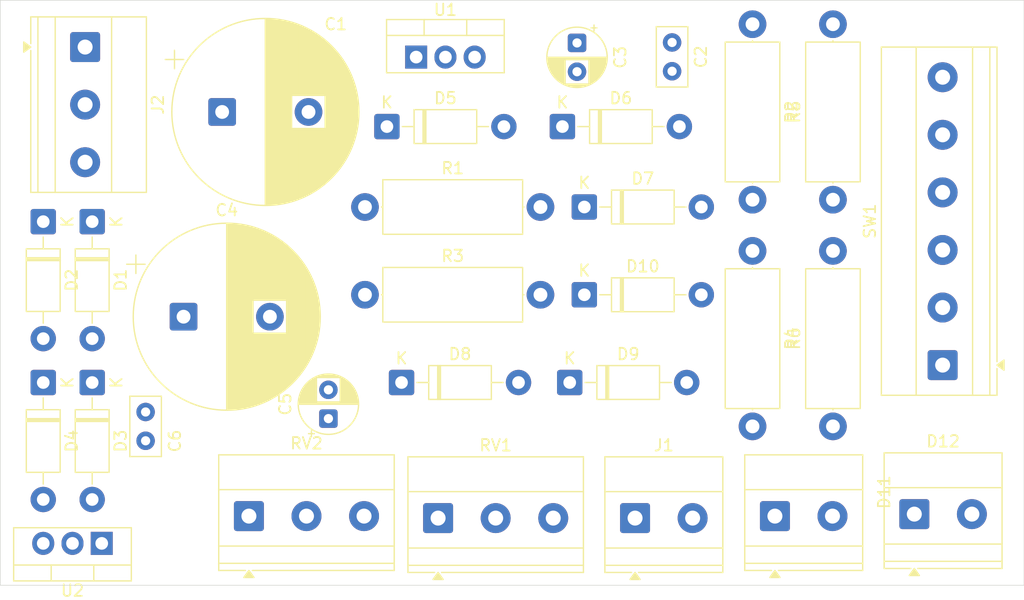
<source format=kicad_pcb>
(kicad_pcb (version 20241229) (generator "pcbnew") (generator_version "9.0")
  (layers (0 "F.Cu" signal) (2 "B.Cu" signal) (13 "F.Paste" user) (15 "B.Paste" user) (5 "F.SilkS" user "F.Silkscreen") (7 "B.SilkS" user "B.Silkscreen") (1 "F.Mask" user) (3 "B.Mask" user) (25 "Edge.Cuts" user))
  (net 0 "")
  (net 1 "Net-(D10-K)")
  (net 2 "Net-(D9-K)")
  (net 3 "Net-(D1-A)")
  (net 4 "Net-(D1-K)")
  (net 5 "Net-(D2-K)")
  (net 6 "Net-(D3-K)")
  (net 7 "Net-(D10-A)")
  (net 8 "Net-(D5-A)")
  (net 9 "Net-(D11-A)")
  (net 10 "Net-(D12-K)")
  (net 11 "Net-(D6-A)")
  (net 12 "Net-(D12-A)")
  (net 13 "Net-(J1-Pin_2)")
  (net 14 "Net-(R5-Pad1)")
  (net 15 "Net-(RV1-Pad3)")
  (net 16 "Net-(RV1-Pad1)")
  (footprint "Diode_THT:D_DO-41_SOD81_P10.16mm_Horizontal" (layer "F.Cu") (at 138.43 89.535)
    (property "Reference" "D5" (at 5.08 -2.47 0) (layer "F.SilkS"))
    (property "Value" "1N4007")
    (fp_text user "K" (at 0 -2.1 0) (layer "F.SilkS"))
    (pad "1" thru_hole roundrect (at 0 0) (size 2.2 2.2) (drill 1.1) (layers "*.Cu" "*.Mask") (roundrect_rratio 0.113636) (net 5 "Net-(D2-K)"))
    (pad "2" thru_hole circle (at 10.16 0) (size 2.2 2.2) (drill 1.1) (layers "*.Cu" "*.Mask") (net 8 "Net-(D5-A)"))
  )
  (footprint "Diode_THT:D_DO-41_SOD81_P10.16mm_Horizontal" (layer "F.Cu") (at 153.67 89.535)
    (property "Reference" "D6" (at 5.08 -2.47 0) (layer "F.SilkS"))
    (property "Value" "1N4007")
    (fp_text user "K" (at 0 -2.1 0) (layer "F.SilkS"))
    (pad "1" thru_hole roundrect (at 0 0) (size 2.2 2.2) (drill 1.1) (layers "*.Cu" "*.Mask") (roundrect_rratio 0.113636) (net 8 "Net-(D5-A)"))
    (pad "2" thru_hole circle (at 10.16 0) (size 2.2 2.2) (drill 1.1) (layers "*.Cu" "*.Mask") (net 11 "Net-(D6-A)"))
  )
  (footprint "Resistor_THT:R_Axial_DIN0414_L11.9mm_D4.5mm_P15.24mm_Horizontal" (layer "F.Cu") (at 177.165 95.885 90)
    (property "Reference" "R5" (at 7.62 -3.37 90) (layer "F.SilkS"))
    (property "Value" "3K3")
    (pad "1" thru_hole circle (at 0 0 90) (size 2.4 2.4) (drill 1.2) (layers "*.Cu" "*.Mask") (net 14 "Net-(R5-Pad1)"))
    (pad "2" thru_hole circle (at 15.24 0 90) (size 2.4 2.4) (drill 1.2) (layers "*.Cu" "*.Mask") (net 9 "Net-(D11-A)"))
  )
  (footprint "Diode_THT:D_DO-41_SOD81_P10.16mm_Horizontal" (layer "F.Cu") (at 155.575 104.14)
    (property "Reference" "D10" (at 5.08 -2.47 0) (layer "F.SilkS"))
    (property "Value" "1N4007")
    (fp_text user "K" (at 0 -2.1 0) (layer "F.SilkS"))
    (pad "1" thru_hole roundrect (at 0 0) (size 2.2 2.2) (drill 1.1) (layers "*.Cu" "*.Mask") (roundrect_rratio 0.113636) (net 1 "Net-(D10-K)"))
    (pad "2" thru_hole circle (at 10.16 0) (size 2.2 2.2) (drill 1.1) (layers "*.Cu" "*.Mask") (net 7 "Net-(D10-A)"))
  )
  (footprint "Resistor_THT:R_Axial_DIN0414_L11.9mm_D4.5mm_P15.24mm_Horizontal" (layer "F.Cu") (at 136.525 96.52)
    (property "Reference" "R1" (at 7.62 -3.37 0) (layer "F.SilkS"))
    (property "Value" "5K1")
    (pad "1" thru_hole circle (at 0 0) (size 2.4 2.4) (drill 1.2) (layers "*.Cu" "*.Mask") (net 11 "Net-(D6-A)"))
    (pad "2" thru_hole circle (at 15.24 0) (size 2.4 2.4) (drill 1.2) (layers "*.Cu" "*.Mask") (net 1 "Net-(D10-K)"))
  )
  (footprint "Diode_THT:D_DO-41_SOD81_P10.16mm_Horizontal" (layer "F.Cu") (at 155.575 96.52)
    (property "Reference" "D7" (at 5.08 -2.47 0) (layer "F.SilkS"))
    (property "Value" "1N4007")
    (fp_text user "K" (at 0 -2.1 0) (layer "F.SilkS"))
    (pad "1" thru_hole roundrect (at 0 0) (size 2.2 2.2) (drill 1.1) (layers "*.Cu" "*.Mask") (roundrect_rratio 0.113636) (net 8 "Net-(D5-A)"))
    (pad "2" thru_hole circle (at 10.16 0) (size 2.2 2.2) (drill 1.1) (layers "*.Cu" "*.Mask") (net 1 "Net-(D10-K)"))
  )
  (footprint "Capacitor_THT:CP_Radial_D16.0mm_P7.50mm" (layer "F.Cu") (at 124.122246 88.265)
    (property "Reference" "C1" (at 9.862754 -7.62 0) (layer "F.SilkS"))
    (property "Value" "2200 uF")
    (pad "1" thru_hole roundrect (at 0 0) (size 2.4 2.4) (drill 1.2) (layers "*.Cu" "*.Mask") (roundrect_rratio 0.104167) (net 5 "Net-(D2-K)"))
    (pad "2" thru_hole circle (at 7.5 0) (size 2.4 2.4) (drill 1.2) (layers "*.Cu" "*.Mask") (net 1 "Net-(D10-K)"))
  )
  (footprint "Package_TO_SOT_THT:TO-220-3_Vertical" (layer "F.Cu") (at 140.97 83.5)
    (property "Reference" "U1" (at 2.54 -4.1 0) (layer "F.SilkS"))
    (property "Value" "LM317_TO-220")
    (pad "1" thru_hole rect (at 0 0) (size 1.905 2) (drill 1.1) (layers "*.Cu" "*.Mask") (net 11 "Net-(D6-A)"))
    (pad "2" thru_hole oval (at 2.54 0) (size 1.905 2) (drill 1.1) (layers "*.Cu" "*.Mask") (net 8 "Net-(D5-A)"))
    (pad "3" thru_hole oval (at 5.08 0) (size 1.905 2) (drill 1.1) (layers "*.Cu" "*.Mask") (net 5 "Net-(D2-K)"))
  )
  (footprint "Package_TO_SOT_THT:TO-220-3_Vertical" (layer "F.Cu") (at 113.665 125.73 180)
    (property "Reference" "U2" (at 2.54 -4.1 0) (layer "F.SilkS"))
    (property "Value" "LM337_TO220")
    (pad "1" thru_hole rect (at 0 0 180) (size 1.905 2) (drill 1.1) (layers "*.Cu" "*.Mask") (net 2 "Net-(D9-K)"))
    (pad "2" thru_hole oval (at 2.54 0 180) (size 1.905 2) (drill 1.1) (layers "*.Cu" "*.Mask") (net 3 "Net-(D1-A)"))
    (pad "3" thru_hole oval (at 5.08 0 180) (size 1.905 2) (drill 1.1) (layers "*.Cu" "*.Mask") (net 7 "Net-(D10-A)"))
  )
  (footprint "TerminalBlock_Phoenix:TerminalBlock_Phoenix_MKDS-1,5-3_1x03_P5.00mm_Horizontal" (layer "F.Cu") (at 126.445 123.3625)
    (property "Reference" "RV2" (at 5 -6.32 0) (layer "F.SilkS"))
    (property "Value" "2K")
    (pad "1" thru_hole roundrect (at 0 0) (size 2.6 2.6) (drill 1.3) (layers "*.Cu" "*.Mask") (roundrect_rratio 0.096154) (net 1 "Net-(D10-K)"))
    (pad "2" thru_hole circle (at 5 0) (size 2.6 2.6) (drill 1.3) (layers "*.Cu" "*.Mask") (net 16 "Net-(RV1-Pad1)"))
    (pad "3" thru_hole circle (at 10 0) (size 2.6 2.6) (drill 1.3) (layers "*.Cu" "*.Mask") (net 16 "Net-(RV1-Pad1)"))
  )
  (footprint "TerminalBlock_Phoenix:TerminalBlock_Phoenix_MKDS-1,5-2_1x02_P5.00mm_Horizontal" (layer "F.Cu") (at 159.98 123.535)
    (property "Reference" "J1" (at 2.5 -6.32 0) (layer "F.SilkS"))
    (property "Value" "Screw_Terminal_01x02")
    (pad "1" thru_hole roundrect (at 0 0) (size 2.6 2.6) (drill 1.3) (layers "*.Cu" "*.Mask") (roundrect_rratio 0.096154) (net 1 "Net-(D10-K)"))
    (pad "2" thru_hole circle (at 5 0) (size 2.6 2.6) (drill 1.3) (layers "*.Cu" "*.Mask") (net 13 "Net-(J1-Pin_2)"))
  )
  (footprint "Diode_THT:D_DO-41_SOD81_P10.16mm_Horizontal" (layer "F.Cu") (at 108.585 111.76 -90)
    (property "Reference" "D4" (at 5.08 -2.47 90) (layer "F.SilkS"))
    (property "Value" "1N4007")
    (fp_text user "K" (at 0 -2.1 90) (layer "F.SilkS"))
    (pad "1" thru_hole roundrect (at 0 0 270) (size 2.2 2.2) (drill 1.1) (layers "*.Cu" "*.Mask") (roundrect_rratio 0.113636) (net 5 "Net-(D2-K)"))
    (pad "2" thru_hole circle (at 10.16 0 270) (size 2.2 2.2) (drill 1.1) (layers "*.Cu" "*.Mask") (net 6 "Net-(D3-K)"))
  )
  (footprint "Capacitor_THT:CP_Radial_D5.0mm_P2.50mm" (layer "F.Cu") (at 154.94 82.27 -90)
    (property "Reference" "C3" (at 1.25 -3.75 90) (layer "F.SilkS"))
    (property "Value" "10 uF")
    (pad "1" thru_hole roundrect (at 0 0 270) (size 1.6 1.6) (drill 0.8) (layers "*.Cu" "*.Mask") (roundrect_rratio 0.15625) (net 11 "Net-(D6-A)"))
    (pad "2" thru_hole circle (at 2.5 0 270) (size 1.6 1.6) (drill 0.8) (layers "*.Cu" "*.Mask") (net 1 "Net-(D10-K)"))
  )
  (footprint "Resistor_THT:R_Axial_DIN0414_L11.9mm_D4.5mm_P15.24mm_Horizontal" (layer "F.Cu") (at 170.18 80.645 -90)
    (property "Reference" "R2" (at 7.62 -3.37 90) (layer "F.SilkS"))
    (property "Value" "120R")
    (pad "1" thru_hole circle (at 0 0 270) (size 2.4 2.4) (drill 1.2) (layers "*.Cu" "*.Mask") (net 8 "Net-(D5-A)"))
    (pad "2" thru_hole circle (at 15.24 0 270) (size 2.4 2.4) (drill 1.2) (layers "*.Cu" "*.Mask") (net 11 "Net-(D6-A)"))
  )
  (footprint "TerminalBlock_Phoenix:TerminalBlock_Phoenix_MKDS-1,5-3_1x03_P5.00mm_Horizontal" (layer "F.Cu") (at 142.875 123.535)
    (property "Reference" "RV1" (at 5 -6.32 0) (layer "F.SilkS"))
    (property "Value" "50K")
    (pad "1" thru_hole roundrect (at 0 0) (size 2.6 2.6) (drill 1.3) (layers "*.Cu" "*.Mask") (roundrect_rratio 0.096154) (net 16 "Net-(RV1-Pad1)"))
    (pad "2" thru_hole circle (at 5 0) (size 2.6 2.6) (drill 1.3) (layers "*.Cu" "*.Mask") (net 13 "Net-(J1-Pin_2)"))
    (pad "3" thru_hole circle (at 10 0) (size 2.6 2.6) (drill 1.3) (layers "*.Cu" "*.Mask") (net 15 "Net-(RV1-Pad3)"))
  )
  (footprint "Diode_THT:D_DO-41_SOD81_P10.16mm_Horizontal" (layer "F.Cu") (at 112.835 111.76 -90)
    (property "Reference" "D3" (at 5.08 -2.47 90) (layer "F.SilkS"))
    (property "Value" "1N4007")
    (fp_text user "K" (at 0 -2.1 90) (layer "F.SilkS"))
    (pad "1" thru_hole roundrect (at 0 0 270) (size 2.2 2.2) (drill 1.1) (layers "*.Cu" "*.Mask") (roundrect_rratio 0.113636) (net 6 "Net-(D3-K)"))
    (pad "2" thru_hole circle (at 10.16 0 270) (size 2.2 2.2) (drill 1.1) (layers "*.Cu" "*.Mask") (net 3 "Net-(D1-A)"))
  )
  (footprint "Diode_THT:D_DO-41_SOD81_P10.16mm_Horizontal" (layer "F.Cu") (at 112.835 97.79 -90)
    (property "Reference" "D1" (at 5.08 -2.47 90) (layer "F.SilkS"))
    (property "Value" "1N4007")
    (fp_text user "K" (at 0 -2.1 90) (layer "F.SilkS"))
    (pad "1" thru_hole roundrect (at 0 0 270) (size 2.2 2.2) (drill 1.1) (layers "*.Cu" "*.Mask") (roundrect_rratio 0.113636) (net 4 "Net-(D1-K)"))
    (pad "2" thru_hole circle (at 10.16 0 270) (size 2.2 2.2) (drill 1.1) (layers "*.Cu" "*.Mask") (net 3 "Net-(D1-A)"))
  )
  (footprint "Resistor_THT:R_Axial_DIN0414_L11.9mm_D4.5mm_P15.24mm_Horizontal" (layer "F.Cu") (at 136.525 104.14)
    (property "Reference" "R3" (at 7.62 -3.37 0) (layer "F.SilkS"))
    (property "Value" "5K1")
    (pad "1" thru_hole circle (at 0 0) (size 2.4 2.4) (drill 1.2) (layers "*.Cu" "*.Mask") (net 1 "Net-(D10-K)"))
    (pad "2" thru_hole circle (at 15.24 0) (size 2.4 2.4) (drill 1.2) (layers "*.Cu" "*.Mask") (net 2 "Net-(D9-K)"))
  )
  (footprint "TerminalBlock_Phoenix:TerminalBlock_Phoenix_MKDS-1,5-6_1x06_P5.00mm_Horizontal" (layer "F.Cu") (at 186.69 110.25 90)
    (property "Reference" "SW1" (at 12.5 -6.32 90) (layer "F.SilkS"))
    (property "Value" "SW_Push_DPDT")
    (pad "1" thru_hole roundrect (at 0 0 90) (size 2.6 2.6) (drill 1.3) (layers "*.Cu" "*.Mask") (roundrect_rratio 0.096154) (net 15 "Net-(RV1-Pad3)"))
    (pad "2" thru_hole circle (at 5 0 90) (size 2.6 2.6) (drill 1.3) (layers "*.Cu" "*.Mask") (net 8 "Net-(D5-A)"))
    (pad "3" thru_hole circle (at 10 0 90) (size 2.6 2.6) (drill 1.3) (layers "*.Cu" "*.Mask") (net 14 "Net-(R5-Pad1)"))
    (pad "4" thru_hole circle (at 15 0 90) (size 2.6 2.6) (drill 1.3) (layers "*.Cu" "*.Mask") (net 10 "Net-(D12-K)"))
    (pad "5" thru_hole circle (at 20 0 90) (size 2.6 2.6) (drill 1.3) (layers "*.Cu" "*.Mask") (net 7 "Net-(D10-A)"))
    (pad "6" thru_hole circle (at 25 0 90) (size 2.6 2.6) (drill 1.3) (layers "*.Cu" "*.Mask") (net 15 "Net-(RV1-Pad3)"))
  )
  (footprint "TerminalBlock_Phoenix:TerminalBlock_Phoenix_MKDS-1,5-3_1x03_P5.00mm_Horizontal" (layer "F.Cu") (at 112.2225 82.63 -90)
    (property "Reference" "J2" (at 5 -6.32 90) (layer "F.SilkS"))
    (property "Value" "Screw_Terminal_01x03")
    (pad "1" thru_hole roundrect (at 0 0 270) (size 2.6 2.6) (drill 1.3) (layers "*.Cu" "*.Mask") (roundrect_rratio 0.096154) (net 6 "Net-(D3-K)"))
    (pad "2" thru_hole circle (at 5 0 270) (size 2.6 2.6) (drill 1.3) (layers "*.Cu" "*.Mask") (net 1 "Net-(D10-K)"))
    (pad "3" thru_hole circle (at 10 0 270) (size 2.6 2.6) (drill 1.3) (layers "*.Cu" "*.Mask") (net 4 "Net-(D1-K)"))
  )
  (footprint "Diode_THT:D_DO-41_SOD81_P10.16mm_Horizontal" (layer "F.Cu") (at 139.7 111.76)
    (property "Reference" "D8" (at 5.08 -2.47 0) (layer "F.SilkS"))
    (property "Value" "1N4007")
    (fp_text user "K" (at 0 -2.1 0) (layer "F.SilkS"))
    (pad "1" thru_hole roundrect (at 0 0) (size 2.2 2.2) (drill 1.1) (layers "*.Cu" "*.Mask") (roundrect_rratio 0.113636) (net 7 "Net-(D10-A)"))
    (pad "2" thru_hole circle (at 10.16 0) (size 2.2 2.2) (drill 1.1) (layers "*.Cu" "*.Mask") (net 3 "Net-(D1-A)"))
  )
  (footprint "Capacitor_THT:CP_Radial_D5.0mm_P2.50mm" (layer "F.Cu") (at 133.35 114.895 90)
    (property "Reference" "C5" (at 1.25 -3.75 90) (layer "F.SilkS"))
    (property "Value" "10 uF")
    (pad "1" thru_hole roundrect (at 0 0 90) (size 1.6 1.6) (drill 0.8) (layers "*.Cu" "*.Mask") (roundrect_rratio 0.15625) (net 1 "Net-(D10-K)"))
    (pad "2" thru_hole circle (at 2.5 0 90) (size 1.6 1.6) (drill 0.8) (layers "*.Cu" "*.Mask") (net 2 "Net-(D9-K)"))
  )
  (footprint "Capacitor_THT:C_Disc_D5.0mm_W2.5mm_P2.50mm" (layer "F.Cu") (at 163.195 82.23 -90)
    (property "Reference" "C2" (at 1.25 -2.5 90) (layer "F.SilkS"))
    (property "Value" "0.1 uF")
    (pad "1" thru_hole circle (at 0 0 270) (size 1.6 1.6) (drill 0.8) (layers "*.Cu" "*.Mask") (net 8 "Net-(D5-A)"))
    (pad "2" thru_hole circle (at 2.5 0 270) (size 1.6 1.6) (drill 0.8) (layers "*.Cu" "*.Mask") (net 1 "Net-(D10-K)"))
  )
  (footprint "Capacitor_THT:CP_Radial_D16.0mm_P7.50mm" (layer "F.Cu") (at 120.77 106.045)
    (property "Reference" "C4" (at 3.75 -9.25 0) (layer "F.SilkS"))
    (property "Value" "2200 uF")
    (pad "1" thru_hole roundrect (at 0 0) (size 2.4 2.4) (drill 1.2) (layers "*.Cu" "*.Mask") (roundrect_rratio 0.104167) (net 1 "Net-(D10-K)"))
    (pad "2" thru_hole circle (at 7.5 0) (size 2.4 2.4) (drill 1.2) (layers "*.Cu" "*.Mask") (net 3 "Net-(D1-A)"))
  )
  (footprint "Diode_THT:D_DO-41_SOD81_P10.16mm_Horizontal" (layer "F.Cu") (at 108.585 97.79 -90)
    (property "Reference" "D2" (at 5.08 -2.47 90) (layer "F.SilkS"))
    (property "Value" "1N4007")
    (fp_text user "K" (at 0 -2.1 90) (layer "F.SilkS"))
    (pad "1" thru_hole roundrect (at 0 0 270) (size 2.2 2.2) (drill 1.1) (layers "*.Cu" "*.Mask") (roundrect_rratio 0.113636) (net 5 "Net-(D2-K)"))
    (pad "2" thru_hole circle (at 10.16 0 270) (size 2.2 2.2) (drill 1.1) (layers "*.Cu" "*.Mask") (net 4 "Net-(D1-K)"))
  )
  (footprint "Diode_THT:D_DO-41_SOD81_P10.16mm_Horizontal" (layer "F.Cu") (at 154.305 111.76)
    (property "Reference" "D9" (at 5.08 -2.47 0) (layer "F.SilkS"))
    (property "Value" "1N4007")
    (fp_text user "K" (at 0 -2.1 0) (layer "F.SilkS"))
    (pad "1" thru_hole roundrect (at 0 0) (size 2.2 2.2) (drill 1.1) (layers "*.Cu" "*.Mask") (roundrect_rratio 0.113636) (net 2 "Net-(D9-K)"))
    (pad "2" thru_hole circle (at 10.16 0) (size 2.2 2.2) (drill 1.1) (layers "*.Cu" "*.Mask") (net 7 "Net-(D10-A)"))
  )
  (footprint "Capacitor_THT:C_Disc_D5.0mm_W2.5mm_P2.50mm" (layer "F.Cu") (at 117.475 116.82 90)
    (property "Reference" "C6" (at -0.02 2.54 90) (layer "F.SilkS"))
    (property "Value" "0.1 uF")
    (pad "1" thru_hole circle (at 0 0 90) (size 1.6 1.6) (drill 0.8) (layers "*.Cu" "*.Mask") (net 1 "Net-(D10-K)"))
    (pad "2" thru_hole circle (at 2.5 0 90) (size 1.6 1.6) (drill 0.8) (layers "*.Cu" "*.Mask") (net 7 "Net-(D10-A)"))
  )
  (footprint "Resistor_THT:R_Axial_DIN0414_L11.9mm_D4.5mm_P15.24mm_Horizontal" (layer "F.Cu") (at 177.165 115.57 90)
    (property "Reference" "R6" (at 7.62 -3.37 90) (layer "F.SilkS"))
    (property "Value" "3K3")
    (pad "1" thru_hole circle (at 0 0 90) (size 2.4 2.4) (drill 1.2) (layers "*.Cu" "*.Mask") (net 1 "Net-(D10-K)"))
    (pad "2" thru_hole circle (at 15.24 0 90) (size 2.4 2.4) (drill 1.2) (layers "*.Cu" "*.Mask") (net 12 "Net-(D12-A)"))
  )
  (footprint "Resistor_THT:R_Axial_DIN0414_L11.9mm_D4.5mm_P15.24mm_Horizontal" (layer "F.Cu") (at 170.18 100.33 -90)
    (property "Reference" "R4" (at 7.62 -3.37 90) (layer "F.SilkS"))
    (property "Value" "120R")
    (pad "1" thru_hole circle (at 0 0 270) (size 2.4 2.4) (drill 1.2) (layers "*.Cu" "*.Mask") (net 2 "Net-(D9-K)"))
    (pad "2" thru_hole circle (at 15.24 0 270) (size 2.4 2.4) (drill 1.2) (layers "*.Cu" "*.Mask") (net 7 "Net-(D10-A)"))
  )
  (footprint "TerminalBlock_Phoenix:TerminalBlock_Phoenix_MKDS-1,5-2_1x02_P5.00mm_Horizontal" (layer "F.Cu") (at 184.23 123.19)
    (property "Reference" "D12" (at 2.5 -6.32 0) (layer "F.SilkS"))
    (property "Value" "LED")
    (pad "1" thru_hole roundrect (at 0 0) (size 2.6 2.6) (drill 1.3) (layers "*.Cu" "*.Mask") (roundrect_rratio 0.096154) (net 10 "Net-(D12-K)"))
    (pad "2" thru_hole circle (at 5 0) (size 2.6 2.6) (drill 1.3) (layers "*.Cu" "*.Mask") (net 12 "Net-(D12-A)"))
  )
  (footprint "TerminalBlock_Phoenix:TerminalBlock_Phoenix_MKDS-1,5-2_1x02_P5.00mm_Horizontal" (layer "F.Cu") (at 172.125 123.3625)
    (property "Reference" "D11" (at 9.485 -2.0775 90) (layer "F.SilkS"))
    (property "Value" "LED")
    (pad "1" thru_hole roundrect (at 0 0) (size 2.6 2.6) (drill 1.3) (layers "*.Cu" "*.Mask") (roundrect_rratio 0.096154) (net 1 "Net-(D10-K)"))
    (pad "2" thru_hole circle (at 5 0) (size 2.6 2.6) (drill 1.3) (layers "*.Cu" "*.Mask") (net 9 "Net-(D11-A)"))
  )
  (gr_rect (start 104.855 78.5675) (end 193.755 129.3675) (stroke (width 0.05)) (fill no) (layer "Edge.Cuts"))
)
</source>
